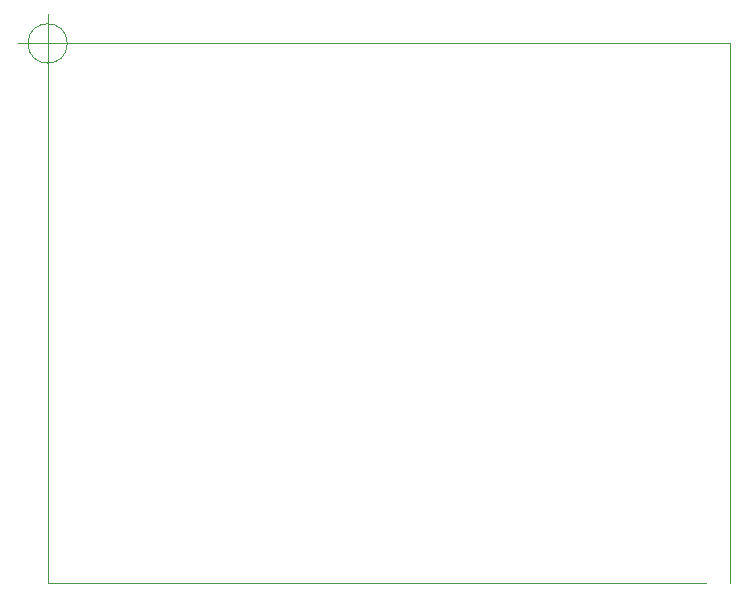
<source format=gbr>
G04 #@! TF.GenerationSoftware,KiCad,Pcbnew,(5.1.2)-1*
G04 #@! TF.CreationDate,2020-02-06T13:28:49-05:00*
G04 #@! TF.ProjectId,clearvideo128,636c6561-7276-4696-9465-6f3132382e6b,rev?*
G04 #@! TF.SameCoordinates,Original*
G04 #@! TF.FileFunction,Profile,NP*
%FSLAX46Y46*%
G04 Gerber Fmt 4.6, Leading zero omitted, Abs format (unit mm)*
G04 Created by KiCad (PCBNEW (5.1.2)-1) date 2020-02-06 13:28:49*
%MOMM*%
%LPD*%
G04 APERTURE LIST*
%ADD10C,0.050000*%
G04 APERTURE END LIST*
D10*
X58928000Y-77343000D02*
X58928000Y-31623000D01*
X114681000Y-77343000D02*
X58928000Y-77343000D01*
X116713000Y-31623000D02*
X116713000Y-77343000D01*
X58928000Y-31623000D02*
X116713000Y-31623000D01*
X60594666Y-31623000D02*
G75*
G03X60594666Y-31623000I-1666666J0D01*
G01*
X56428000Y-31623000D02*
X61428000Y-31623000D01*
X58928000Y-29123000D02*
X58928000Y-34123000D01*
M02*

</source>
